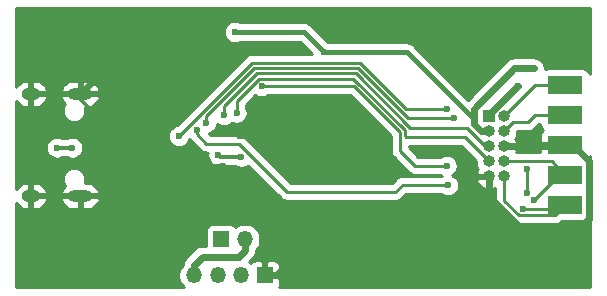
<source format=gbr>
%TF.GenerationSoftware,KiCad,Pcbnew,(5.1.9-0-10_14)*%
%TF.CreationDate,2021-03-11T22:52:10+08:00*%
%TF.ProjectId,stlinkv21,73746c69-6e6b-4763-9231-2e6b69636164,rev?*%
%TF.SameCoordinates,Original*%
%TF.FileFunction,Copper,L2,Bot*%
%TF.FilePolarity,Positive*%
%FSLAX46Y46*%
G04 Gerber Fmt 4.6, Leading zero omitted, Abs format (unit mm)*
G04 Created by KiCad (PCBNEW (5.1.9-0-10_14)) date 2021-03-11 22:52:10*
%MOMM*%
%LPD*%
G01*
G04 APERTURE LIST*
%TA.AperFunction,SMDPad,CuDef*%
%ADD10R,2.999994X1.519936*%
%TD*%
%TA.AperFunction,ComponentPad*%
%ADD11O,1.350000X1.350000*%
%TD*%
%TA.AperFunction,ComponentPad*%
%ADD12R,1.350000X1.350000*%
%TD*%
%TA.AperFunction,ComponentPad*%
%ADD13O,1.000000X1.000000*%
%TD*%
%TA.AperFunction,ComponentPad*%
%ADD14R,1.000000X1.000000*%
%TD*%
%TA.AperFunction,ComponentPad*%
%ADD15O,2.100000X1.000000*%
%TD*%
%TA.AperFunction,ComponentPad*%
%ADD16O,1.600000X1.000000*%
%TD*%
%TA.AperFunction,ViaPad*%
%ADD17C,0.600000*%
%TD*%
%TA.AperFunction,Conductor*%
%ADD18C,0.300000*%
%TD*%
%TA.AperFunction,Conductor*%
%ADD19C,0.600000*%
%TD*%
%TA.AperFunction,Conductor*%
%ADD20C,0.400000*%
%TD*%
%TA.AperFunction,Conductor*%
%ADD21C,0.250000*%
%TD*%
%TA.AperFunction,Conductor*%
%ADD22C,0.254000*%
%TD*%
%TA.AperFunction,Conductor*%
%ADD23C,0.100000*%
%TD*%
G04 APERTURE END LIST*
D10*
%TO.P,J4,10*%
%TO.N,PA3*%
X147199394Y-92329746D03*
%TO.P,J4,8*%
%TO.N,PA2*%
X147199394Y-89789746D03*
%TO.P,J4,6*%
%TO.N,GND*%
X147199394Y-87249746D03*
%TO.P,J4,4*%
%TO.N,PA10*%
X147199394Y-84709746D03*
%TO.P,J4,2*%
%TO.N,PB6*%
X147199394Y-82169746D03*
%TD*%
D11*
%TO.P,J3,4*%
%TO.N,+3V3*%
X115750000Y-98300000D03*
%TO.P,J3,3*%
%TO.N,m_DIO*%
X117750000Y-98300000D03*
%TO.P,J3,2*%
%TO.N,m_CLK*%
X119750000Y-98300000D03*
D12*
%TO.P,J3,1*%
%TO.N,GND*%
X121750000Y-98300000D03*
%TD*%
D13*
%TO.P,CON1,9*%
%TO.N,GND*%
X140735000Y-89910000D03*
%TO.P,CON1,10*%
%TO.N,PA3*%
X142005000Y-89910000D03*
%TO.P,CON1,7*%
%TO.N,PB13*%
X140735000Y-88640000D03*
%TO.P,CON1,8*%
%TO.N,PA2*%
X142005000Y-88640000D03*
%TO.P,CON1,5*%
%TO.N,PB14*%
X140735000Y-87370000D03*
%TO.P,CON1,6*%
%TO.N,GND*%
X142005000Y-87370000D03*
%TO.P,CON1,3*%
%TO.N,+3V3*%
X140735000Y-86100000D03*
%TO.P,CON1,4*%
%TO.N,PA10*%
X142005000Y-86100000D03*
%TO.P,CON1,2*%
%TO.N,PB6*%
X142005000Y-84830000D03*
D14*
%TO.P,CON1,1*%
%TO.N,VBUS*%
X140735000Y-84830000D03*
%TD*%
D11*
%TO.P,J2,2*%
%TO.N,+3V3*%
X120070000Y-95230000D03*
D12*
%TO.P,J2,1*%
%TO.N,Net-(J2-Pad1)*%
X118070000Y-95230000D03*
%TD*%
D15*
%TO.P,J1,S1*%
%TO.N,GND*%
X106130000Y-91570000D03*
X106130000Y-82930000D03*
D16*
X101950000Y-82930000D03*
X101950000Y-91570000D03*
%TD*%
D17*
%TO.N,GND*%
X145542000Y-94234000D03*
X123594669Y-86545331D03*
X119629153Y-86514331D03*
X111400000Y-88630000D03*
X118244214Y-89015181D03*
X110240000Y-98350000D03*
X128400000Y-92610000D03*
X116056415Y-78536415D03*
X112370000Y-80120000D03*
%TO.N,VBUS*%
X143160000Y-82240000D03*
%TO.N,USB_DM*%
X105460000Y-87480000D03*
X104159999Y-87480437D03*
%TO.N,+3V3*%
X139446000Y-85090000D03*
X144526000Y-80772000D03*
X126780000Y-79410000D03*
X119770000Y-88260000D03*
X117830000Y-88105000D03*
X119200000Y-77680000D03*
%TO.N,PA3*%
X143592205Y-92635011D03*
%TO.N,PA2*%
X137160000Y-89020000D03*
X144525999Y-91910011D03*
%TO.N,PB14*%
X143978297Y-91285011D03*
X143980000Y-89265000D03*
%TO.N,PB6*%
X137760001Y-85010002D03*
%TO.N,GREEN*%
X137265882Y-90679478D03*
X115990000Y-85990000D03*
%TO.N,PA2*%
X121486557Y-82276557D03*
%TO.N,PA10*%
X114470000Y-86500000D03*
X137160000Y-84210000D03*
%TO.N,PB6*%
X116790000Y-85370000D03*
%TO.N,PB13*%
X119360000Y-84530000D03*
%TO.N,PB14*%
X118290000Y-84720000D03*
%TD*%
D18*
%TO.N,GND*%
X119660153Y-86545331D02*
X119629153Y-86514331D01*
X123594669Y-86545331D02*
X119660153Y-86545331D01*
X108460000Y-91570000D02*
X106130000Y-91570000D01*
X111400000Y-88630000D02*
X108460000Y-91570000D01*
X111785181Y-89015181D02*
X111400000Y-88630000D01*
X118244214Y-89015181D02*
X111785181Y-89015181D01*
X106130000Y-83360000D02*
X106130000Y-82930000D01*
X111400000Y-88630000D02*
X106130000Y-83360000D01*
X106130000Y-94240000D02*
X106130000Y-91570000D01*
X110240000Y-98350000D02*
X106130000Y-94240000D01*
X130024000Y-94234000D02*
X128400000Y-92610000D01*
X145542000Y-94234000D02*
X130024000Y-94234000D01*
D19*
X148455107Y-94234000D02*
X145542000Y-94234000D01*
X149199392Y-93489715D02*
X148455107Y-94234000D01*
X147819361Y-87249746D02*
X149199392Y-88629777D01*
X149199392Y-88629777D02*
X149199392Y-93489715D01*
X147199394Y-87249746D02*
X147819361Y-87249746D01*
X147079140Y-87370000D02*
X147199394Y-87249746D01*
X142005000Y-87370000D02*
X147079140Y-87370000D01*
X140735000Y-91580896D02*
X140735000Y-89910000D01*
X143388104Y-94234000D02*
X140735000Y-91580896D01*
X145542000Y-94234000D02*
X143388104Y-94234000D01*
D18*
X113953585Y-78536415D02*
X112370000Y-80120000D01*
X116056415Y-78536415D02*
X113953585Y-78536415D01*
D19*
X122710000Y-98300000D02*
X128400000Y-92610000D01*
X121750000Y-98300000D02*
X122710000Y-98300000D01*
X108940000Y-80120000D02*
X106130000Y-82930000D01*
X112370000Y-80120000D02*
X108940000Y-80120000D01*
%TO.N,VBUS*%
X140735000Y-84665000D02*
X140735000Y-84830000D01*
X143160000Y-82240000D02*
X140735000Y-84665000D01*
D18*
%TO.N,USB_DM*%
X105459563Y-87480437D02*
X105460000Y-87480000D01*
X104159999Y-87480437D02*
X105459563Y-87480437D01*
D19*
%TO.N,+3V3*%
X120070000Y-96184594D02*
X119544594Y-96710000D01*
X120070000Y-95230000D02*
X120070000Y-96184594D01*
X119544594Y-96710000D02*
X116490000Y-96710000D01*
X115750000Y-97450000D02*
X115750000Y-98300000D01*
X116490000Y-96710000D02*
X115750000Y-97450000D01*
D20*
X133766000Y-79410000D02*
X126780000Y-79410000D01*
X139446000Y-85090000D02*
X133766000Y-79410000D01*
D18*
X117985000Y-88260000D02*
X117830000Y-88105000D01*
X119770000Y-88260000D02*
X117985000Y-88260000D01*
D19*
X139446000Y-84218998D02*
X139446000Y-85090000D01*
X142892998Y-80772000D02*
X139446000Y-84218998D01*
X144526000Y-80772000D02*
X142892998Y-80772000D01*
X139446000Y-85518106D02*
X139446000Y-85090000D01*
X140027894Y-86100000D02*
X139446000Y-85518106D01*
X140735000Y-86100000D02*
X140027894Y-86100000D01*
D20*
X126780000Y-79410000D02*
X125050000Y-77680000D01*
X125050000Y-77680000D02*
X119200000Y-77680000D01*
D21*
%TO.N,PA3*%
X147046648Y-92177000D02*
X147199394Y-92329746D01*
X142005000Y-89910000D02*
X142005000Y-91967000D01*
X142005000Y-91967000D02*
X143256000Y-93218000D01*
X146311140Y-93218000D02*
X147199394Y-92329746D01*
X143256000Y-93218000D02*
X146311140Y-93218000D01*
X146894129Y-92635011D02*
X147199394Y-92329746D01*
X143592205Y-92635011D02*
X146894129Y-92635011D01*
%TO.N,PA2*%
X136150000Y-89010000D02*
X136260000Y-89010000D01*
X136270000Y-89020000D02*
X137160000Y-89020000D01*
X136260000Y-89010000D02*
X136270000Y-89020000D01*
X146049648Y-88640000D02*
X147199394Y-89789746D01*
X142005000Y-88640000D02*
X146049648Y-88640000D01*
X146646264Y-89789746D02*
X147199394Y-89789746D01*
X144525999Y-91910011D02*
X146646264Y-89789746D01*
%TO.N,PB14*%
X136151217Y-85811217D02*
X136150000Y-85810000D01*
X140735000Y-87321002D02*
X140735000Y-87370000D01*
X143980000Y-91283308D02*
X143978297Y-91285011D01*
X143980000Y-89265000D02*
X143980000Y-91283308D01*
X138855214Y-85811217D02*
X140413997Y-87370000D01*
X140413997Y-87370000D02*
X140735000Y-87370000D01*
X137161623Y-85811217D02*
X138855214Y-85811217D01*
%TO.N,PA10*%
X142005000Y-86100000D02*
X142761000Y-85344000D01*
X142761000Y-85344000D02*
X144018000Y-85344000D01*
X144652254Y-84709746D02*
X147199394Y-84709746D01*
X144018000Y-85344000D02*
X144652254Y-84709746D01*
%TO.N,PB13*%
X138706707Y-86611707D02*
X140735000Y-88640000D01*
X137760973Y-86611707D02*
X138706707Y-86611707D01*
%TO.N,PB6*%
X144665254Y-82169746D02*
X147199394Y-82169746D01*
X142005000Y-84830000D02*
X144665254Y-82169746D01*
%TO.N,GREEN*%
X137196404Y-90610000D02*
X137265882Y-90679478D01*
X119569332Y-87139332D02*
X116799332Y-87139332D01*
X123665001Y-91235001D02*
X119569332Y-87139332D01*
X132800001Y-91235001D02*
X123665001Y-91235001D01*
X133425002Y-90610000D02*
X132800001Y-91235001D01*
X134450000Y-90610000D02*
X133425002Y-90610000D01*
X115990000Y-86330000D02*
X115990000Y-85990000D01*
X116799332Y-87139332D02*
X115990000Y-86330000D01*
X134450000Y-90610000D02*
X136212000Y-90610000D01*
X136212000Y-90610000D02*
X137196404Y-90610000D01*
X136150000Y-90610000D02*
X136212000Y-90610000D01*
%TO.N,PA2*%
X121486557Y-82276557D02*
X129270917Y-82276557D01*
X133169990Y-87729990D02*
X134450000Y-89010000D01*
X133169990Y-86175630D02*
X133169990Y-87729990D01*
X129270917Y-82276557D02*
X133169990Y-86175630D01*
X133169990Y-86481407D02*
X133169990Y-86175630D01*
X134450000Y-89010000D02*
X136260000Y-89010000D01*
%TO.N,PA10*%
X114580000Y-86364341D02*
X114580000Y-86500000D01*
X134450000Y-84210000D02*
X136280000Y-84210000D01*
X133750000Y-84210000D02*
X134450000Y-84210000D01*
X129820000Y-80280000D02*
X133750000Y-84210000D01*
X137160000Y-84210000D02*
X136280000Y-84210000D01*
X120664341Y-80280000D02*
X129820000Y-80280000D01*
X120664341Y-80305659D02*
X120664341Y-80280000D01*
X114470000Y-86500000D02*
X120664341Y-80305659D01*
X136280000Y-84210000D02*
X136150000Y-84210000D01*
%TO.N,PB6*%
X129633600Y-80730010D02*
X133913590Y-85010000D01*
X137759999Y-85010000D02*
X137760001Y-85010002D01*
X120876400Y-80730010D02*
X129633600Y-80730010D01*
X116790000Y-84816410D02*
X120876400Y-80730010D01*
X133913590Y-85010000D02*
X137759999Y-85010000D01*
X116790000Y-85370000D02*
X116790000Y-84816410D01*
%TO.N,PB13*%
X137759266Y-86610000D02*
X137760973Y-86611707D01*
X133750000Y-86610000D02*
X137759266Y-86610000D01*
X133620000Y-86480000D02*
X133750000Y-86610000D01*
X119360000Y-84530000D02*
X119360000Y-83519230D01*
X133620000Y-85989230D02*
X133620000Y-86480000D01*
X129260800Y-81630030D02*
X133620000Y-85989230D01*
X121249200Y-81630030D02*
X129260800Y-81630030D01*
X119360000Y-83519230D02*
X121249200Y-81630030D01*
%TO.N,PB14*%
X129447200Y-81180020D02*
X134077180Y-85810000D01*
X118290000Y-83952820D02*
X121062800Y-81180020D01*
X118290000Y-84720000D02*
X118290000Y-83952820D01*
X121062800Y-81180020D02*
X129447200Y-81180020D01*
X134077180Y-85810000D02*
X136356000Y-85810000D01*
X137161623Y-85811217D02*
X136357217Y-85811217D01*
%TD*%
D22*
%TO.N,GND*%
X149315000Y-81251662D02*
X149288893Y-81165598D01*
X149229928Y-81055284D01*
X149150576Y-80958593D01*
X149053885Y-80879241D01*
X148943571Y-80820276D01*
X148823873Y-80783966D01*
X148699391Y-80771706D01*
X145699397Y-80771706D01*
X145574915Y-80783966D01*
X145461000Y-80818522D01*
X145461000Y-80817932D01*
X145465524Y-80772000D01*
X145461000Y-80726068D01*
X145461000Y-80679911D01*
X145451995Y-80634641D01*
X145447471Y-80588708D01*
X145434072Y-80544538D01*
X145425068Y-80499271D01*
X145407406Y-80456631D01*
X145394007Y-80412460D01*
X145372248Y-80371752D01*
X145354586Y-80329111D01*
X145328945Y-80290736D01*
X145307186Y-80250028D01*
X145277903Y-80214347D01*
X145252262Y-80175972D01*
X145219625Y-80143335D01*
X145190344Y-80107656D01*
X145154665Y-80078375D01*
X145122028Y-80045738D01*
X145083653Y-80020097D01*
X145047972Y-79990814D01*
X145007264Y-79969055D01*
X144968889Y-79943414D01*
X144926248Y-79925752D01*
X144885540Y-79903993D01*
X144841369Y-79890594D01*
X144798729Y-79872932D01*
X144753462Y-79863928D01*
X144709292Y-79850529D01*
X144663359Y-79846005D01*
X144618089Y-79837000D01*
X142938929Y-79837000D01*
X142892997Y-79832476D01*
X142709705Y-79850529D01*
X142656241Y-79866747D01*
X142533458Y-79903993D01*
X142371026Y-79990814D01*
X142228654Y-80107656D01*
X142199372Y-80143336D01*
X138939788Y-83402921D01*
X134385446Y-78848579D01*
X134359291Y-78816709D01*
X134232146Y-78712364D01*
X134087087Y-78634828D01*
X133929689Y-78587082D01*
X133807019Y-78575000D01*
X133807018Y-78575000D01*
X133766000Y-78570960D01*
X133724982Y-78575000D01*
X127207404Y-78575000D01*
X127068214Y-78517346D01*
X125669446Y-77118579D01*
X125643291Y-77086709D01*
X125516146Y-76982364D01*
X125371087Y-76904828D01*
X125213689Y-76857082D01*
X125091019Y-76845000D01*
X125091018Y-76845000D01*
X125050000Y-76840960D01*
X125008982Y-76845000D01*
X119627404Y-76845000D01*
X119472729Y-76780932D01*
X119292089Y-76745000D01*
X119107911Y-76745000D01*
X118927271Y-76780932D01*
X118757111Y-76851414D01*
X118603972Y-76953738D01*
X118473738Y-77083972D01*
X118371414Y-77237111D01*
X118300932Y-77407271D01*
X118265000Y-77587911D01*
X118265000Y-77772089D01*
X118300932Y-77952729D01*
X118371414Y-78122889D01*
X118473738Y-78276028D01*
X118603972Y-78406262D01*
X118757111Y-78508586D01*
X118927271Y-78579068D01*
X119107911Y-78615000D01*
X119292089Y-78615000D01*
X119472729Y-78579068D01*
X119627404Y-78515000D01*
X124704133Y-78515000D01*
X125709132Y-79520000D01*
X120701674Y-79520000D01*
X120664341Y-79516323D01*
X120627008Y-79520000D01*
X120515355Y-79530997D01*
X120372094Y-79574454D01*
X120240065Y-79645026D01*
X120124340Y-79739999D01*
X120029367Y-79855724D01*
X120017761Y-79877437D01*
X114318352Y-85576847D01*
X114197271Y-85600932D01*
X114027111Y-85671414D01*
X113873972Y-85773738D01*
X113743738Y-85903972D01*
X113641414Y-86057111D01*
X113570932Y-86227271D01*
X113535000Y-86407911D01*
X113535000Y-86592089D01*
X113570932Y-86772729D01*
X113641414Y-86942889D01*
X113743738Y-87096028D01*
X113873972Y-87226262D01*
X114027111Y-87328586D01*
X114197271Y-87399068D01*
X114377911Y-87435000D01*
X114562089Y-87435000D01*
X114742729Y-87399068D01*
X114912889Y-87328586D01*
X115066028Y-87226262D01*
X115196262Y-87096028D01*
X115298586Y-86942889D01*
X115369068Y-86772729D01*
X115369283Y-86771648D01*
X115387318Y-86793623D01*
X115449999Y-86870001D01*
X115479002Y-86893803D01*
X116235533Y-87650334D01*
X116259331Y-87679333D01*
X116375056Y-87774306D01*
X116507085Y-87844878D01*
X116650346Y-87888335D01*
X116761999Y-87899332D01*
X116762008Y-87899332D01*
X116799331Y-87903008D01*
X116836654Y-87899332D01*
X116917593Y-87899332D01*
X116895000Y-88012911D01*
X116895000Y-88197089D01*
X116930932Y-88377729D01*
X117001414Y-88547889D01*
X117103738Y-88701028D01*
X117233972Y-88831262D01*
X117387111Y-88933586D01*
X117557271Y-89004068D01*
X117737911Y-89040000D01*
X117895675Y-89040000D01*
X117946439Y-89045000D01*
X117946446Y-89045000D01*
X117984999Y-89048797D01*
X118023552Y-89045000D01*
X119261880Y-89045000D01*
X119327111Y-89088586D01*
X119497271Y-89159068D01*
X119677911Y-89195000D01*
X119862089Y-89195000D01*
X120042729Y-89159068D01*
X120212889Y-89088586D01*
X120351301Y-88996102D01*
X123101202Y-91746004D01*
X123125000Y-91775002D01*
X123240725Y-91869975D01*
X123372754Y-91940547D01*
X123516015Y-91984004D01*
X123627668Y-91995001D01*
X123627676Y-91995001D01*
X123665001Y-91998677D01*
X123702326Y-91995001D01*
X132762679Y-91995001D01*
X132800001Y-91998677D01*
X132837323Y-91995001D01*
X132837334Y-91995001D01*
X132948987Y-91984004D01*
X133092248Y-91940547D01*
X133224277Y-91869975D01*
X133340002Y-91775002D01*
X133363804Y-91745999D01*
X133739804Y-91370000D01*
X136634114Y-91370000D01*
X136669854Y-91405740D01*
X136822993Y-91508064D01*
X136993153Y-91578546D01*
X137173793Y-91614478D01*
X137357971Y-91614478D01*
X137538611Y-91578546D01*
X137708771Y-91508064D01*
X137861910Y-91405740D01*
X137992144Y-91275506D01*
X138094468Y-91122367D01*
X138164950Y-90952207D01*
X138200882Y-90771567D01*
X138200882Y-90587389D01*
X138164950Y-90406749D01*
X138094468Y-90236589D01*
X138077954Y-90211874D01*
X139640881Y-90211874D01*
X139657554Y-90266864D01*
X139747877Y-90470206D01*
X139876135Y-90652020D01*
X140037399Y-90805318D01*
X140225471Y-90924210D01*
X140433124Y-91004126D01*
X140608000Y-90879129D01*
X140608000Y-90037000D01*
X139767046Y-90037000D01*
X139640881Y-90211874D01*
X138077954Y-90211874D01*
X137992144Y-90083450D01*
X137861910Y-89953216D01*
X137708771Y-89850892D01*
X137641278Y-89822936D01*
X137756028Y-89746262D01*
X137886262Y-89616028D01*
X137988586Y-89462889D01*
X138059068Y-89292729D01*
X138095000Y-89112089D01*
X138095000Y-88927911D01*
X138059068Y-88747271D01*
X137988586Y-88577111D01*
X137886262Y-88423972D01*
X137756028Y-88293738D01*
X137602889Y-88191414D01*
X137432729Y-88120932D01*
X137252089Y-88085000D01*
X137067911Y-88085000D01*
X136887271Y-88120932D01*
X136717111Y-88191414D01*
X136614465Y-88260000D01*
X136398863Y-88260000D01*
X136297333Y-88250000D01*
X136297322Y-88250000D01*
X136260000Y-88246324D01*
X136222678Y-88250000D01*
X134764802Y-88250000D01*
X133929990Y-87415189D01*
X133929990Y-87370000D01*
X137706309Y-87370000D01*
X137723640Y-87371707D01*
X137723650Y-87371707D01*
X137760972Y-87375383D01*
X137798295Y-87371707D01*
X138391906Y-87371707D01*
X139600000Y-88579802D01*
X139600000Y-88751788D01*
X139643617Y-88971067D01*
X139729176Y-89177624D01*
X139797353Y-89279658D01*
X139747877Y-89349794D01*
X139657554Y-89553136D01*
X139640881Y-89608126D01*
X139767046Y-89783000D01*
X140608000Y-89783000D01*
X140608000Y-89771974D01*
X140623212Y-89775000D01*
X140846788Y-89775000D01*
X140862000Y-89771974D01*
X140862000Y-89783000D01*
X140873026Y-89783000D01*
X140870000Y-89798212D01*
X140870000Y-90021788D01*
X140873026Y-90037000D01*
X140862000Y-90037000D01*
X140862000Y-90879129D01*
X141036876Y-91004126D01*
X141244529Y-90924210D01*
X141245000Y-90923912D01*
X141245001Y-91929668D01*
X141241324Y-91967000D01*
X141255998Y-92115985D01*
X141299454Y-92259246D01*
X141370026Y-92391276D01*
X141418230Y-92450012D01*
X141465000Y-92507001D01*
X141493998Y-92530799D01*
X142692201Y-93729003D01*
X142715999Y-93758001D01*
X142831724Y-93852974D01*
X142963753Y-93923546D01*
X143107014Y-93967003D01*
X143218667Y-93978000D01*
X143218676Y-93978000D01*
X143255999Y-93981676D01*
X143293322Y-93978000D01*
X146273818Y-93978000D01*
X146311140Y-93981676D01*
X146348462Y-93978000D01*
X146348473Y-93978000D01*
X146460126Y-93967003D01*
X146603387Y-93923546D01*
X146735416Y-93852974D01*
X146851141Y-93758001D01*
X146874943Y-93728998D01*
X146876155Y-93727786D01*
X148699391Y-93727786D01*
X148823873Y-93715526D01*
X148943571Y-93679216D01*
X149053885Y-93620251D01*
X149150576Y-93540899D01*
X149229928Y-93444208D01*
X149288893Y-93333894D01*
X149315001Y-93247828D01*
X149315001Y-99315000D01*
X122963284Y-99315000D01*
X123014502Y-99219180D01*
X123050812Y-99099482D01*
X123063072Y-98975000D01*
X123060000Y-98585750D01*
X122901250Y-98427000D01*
X121877000Y-98427000D01*
X121877000Y-98447000D01*
X121623000Y-98447000D01*
X121623000Y-98427000D01*
X121603000Y-98427000D01*
X121603000Y-98173000D01*
X121623000Y-98173000D01*
X121623000Y-97148750D01*
X121877000Y-97148750D01*
X121877000Y-98173000D01*
X122901250Y-98173000D01*
X123060000Y-98014250D01*
X123063072Y-97625000D01*
X123050812Y-97500518D01*
X123014502Y-97380820D01*
X122955537Y-97270506D01*
X122876185Y-97173815D01*
X122779494Y-97094463D01*
X122669180Y-97035498D01*
X122549482Y-96999188D01*
X122425000Y-96986928D01*
X122035750Y-96990000D01*
X121877000Y-97148750D01*
X121623000Y-97148750D01*
X121464250Y-96990000D01*
X121075000Y-96986928D01*
X120950518Y-96999188D01*
X120830820Y-97035498D01*
X120720506Y-97094463D01*
X120623815Y-97173815D01*
X120552513Y-97260697D01*
X120410845Y-97166038D01*
X120698659Y-96878224D01*
X120734344Y-96848938D01*
X120851186Y-96706566D01*
X120938007Y-96544134D01*
X120991471Y-96367886D01*
X121009524Y-96184595D01*
X121005803Y-96146818D01*
X121087544Y-96065077D01*
X121230907Y-95850518D01*
X121329658Y-95612113D01*
X121380000Y-95359024D01*
X121380000Y-95100976D01*
X121329658Y-94847887D01*
X121230907Y-94609482D01*
X121087544Y-94394923D01*
X120905077Y-94212456D01*
X120690518Y-94069093D01*
X120452113Y-93970342D01*
X120199024Y-93920000D01*
X119940976Y-93920000D01*
X119687887Y-93970342D01*
X119449482Y-94069093D01*
X119267487Y-94190697D01*
X119196185Y-94103815D01*
X119099494Y-94024463D01*
X118989180Y-93965498D01*
X118869482Y-93929188D01*
X118745000Y-93916928D01*
X117395000Y-93916928D01*
X117270518Y-93929188D01*
X117150820Y-93965498D01*
X117040506Y-94024463D01*
X116943815Y-94103815D01*
X116864463Y-94200506D01*
X116805498Y-94310820D01*
X116769188Y-94430518D01*
X116756928Y-94555000D01*
X116756928Y-95775000D01*
X116535931Y-95775000D01*
X116489999Y-95770476D01*
X116306707Y-95788529D01*
X116253243Y-95804747D01*
X116130460Y-95841993D01*
X115968028Y-95928814D01*
X115825656Y-96045656D01*
X115796376Y-96081334D01*
X115121341Y-96756370D01*
X115085656Y-96785656D01*
X114968814Y-96928029D01*
X114881993Y-97090461D01*
X114856708Y-97173815D01*
X114828529Y-97266709D01*
X114817370Y-97380009D01*
X114732456Y-97464923D01*
X114589093Y-97679482D01*
X114490342Y-97917887D01*
X114440000Y-98170976D01*
X114440000Y-98429024D01*
X114490342Y-98682113D01*
X114589093Y-98920518D01*
X114732456Y-99135077D01*
X114912379Y-99315000D01*
X100685000Y-99315000D01*
X100685000Y-92170882D01*
X100757631Y-92282764D01*
X100913831Y-92443161D01*
X101098322Y-92570003D01*
X101304013Y-92658415D01*
X101523000Y-92705000D01*
X101823000Y-92705000D01*
X101823000Y-91697000D01*
X102077000Y-91697000D01*
X102077000Y-92705000D01*
X102377000Y-92705000D01*
X102595987Y-92658415D01*
X102801678Y-92570003D01*
X102986169Y-92443161D01*
X103142369Y-92282764D01*
X103264276Y-92094976D01*
X103344119Y-91871874D01*
X104485881Y-91871874D01*
X104565724Y-92094976D01*
X104687631Y-92282764D01*
X104843831Y-92443161D01*
X105028322Y-92570003D01*
X105234013Y-92658415D01*
X105453000Y-92705000D01*
X106003000Y-92705000D01*
X106003000Y-91697000D01*
X106257000Y-91697000D01*
X106257000Y-92705000D01*
X106807000Y-92705000D01*
X107025987Y-92658415D01*
X107231678Y-92570003D01*
X107416169Y-92443161D01*
X107572369Y-92282764D01*
X107694276Y-92094976D01*
X107774119Y-91871874D01*
X107647954Y-91697000D01*
X106257000Y-91697000D01*
X106003000Y-91697000D01*
X104612046Y-91697000D01*
X104485881Y-91871874D01*
X103344119Y-91871874D01*
X103217954Y-91697000D01*
X102077000Y-91697000D01*
X101823000Y-91697000D01*
X101803000Y-91697000D01*
X101803000Y-91443000D01*
X101823000Y-91443000D01*
X101823000Y-90435000D01*
X102077000Y-90435000D01*
X102077000Y-91443000D01*
X103217954Y-91443000D01*
X103344119Y-91268126D01*
X104485881Y-91268126D01*
X104612046Y-91443000D01*
X106003000Y-91443000D01*
X106003000Y-91423000D01*
X106257000Y-91423000D01*
X106257000Y-91443000D01*
X107647954Y-91443000D01*
X107774119Y-91268126D01*
X107694276Y-91045024D01*
X107572369Y-90857236D01*
X107416169Y-90696839D01*
X107231678Y-90569997D01*
X107025987Y-90481585D01*
X106807000Y-90435000D01*
X106516904Y-90435000D01*
X106523108Y-90420022D01*
X106560000Y-90234552D01*
X106560000Y-90045448D01*
X106523108Y-89859978D01*
X106450741Y-89685269D01*
X106345681Y-89528036D01*
X106211964Y-89394319D01*
X106054731Y-89289259D01*
X105880022Y-89216892D01*
X105694552Y-89180000D01*
X105505448Y-89180000D01*
X105319978Y-89216892D01*
X105145269Y-89289259D01*
X104988036Y-89394319D01*
X104854319Y-89528036D01*
X104749259Y-89685269D01*
X104676892Y-89859978D01*
X104640000Y-90045448D01*
X104640000Y-90234552D01*
X104676892Y-90420022D01*
X104749259Y-90594731D01*
X104828206Y-90712884D01*
X104687631Y-90857236D01*
X104565724Y-91045024D01*
X104485881Y-91268126D01*
X103344119Y-91268126D01*
X103264276Y-91045024D01*
X103142369Y-90857236D01*
X102986169Y-90696839D01*
X102801678Y-90569997D01*
X102595987Y-90481585D01*
X102377000Y-90435000D01*
X102077000Y-90435000D01*
X101823000Y-90435000D01*
X101523000Y-90435000D01*
X101304013Y-90481585D01*
X101098322Y-90569997D01*
X100913831Y-90696839D01*
X100757631Y-90857236D01*
X100685000Y-90969118D01*
X100685000Y-87388348D01*
X103224999Y-87388348D01*
X103224999Y-87572526D01*
X103260931Y-87753166D01*
X103331413Y-87923326D01*
X103433737Y-88076465D01*
X103563971Y-88206699D01*
X103717110Y-88309023D01*
X103887270Y-88379505D01*
X104067910Y-88415437D01*
X104252088Y-88415437D01*
X104432728Y-88379505D01*
X104602888Y-88309023D01*
X104668119Y-88265437D01*
X104952534Y-88265437D01*
X105017111Y-88308586D01*
X105187271Y-88379068D01*
X105367911Y-88415000D01*
X105552089Y-88415000D01*
X105732729Y-88379068D01*
X105902889Y-88308586D01*
X106056028Y-88206262D01*
X106186262Y-88076028D01*
X106288586Y-87922889D01*
X106359068Y-87752729D01*
X106395000Y-87572089D01*
X106395000Y-87387911D01*
X106359068Y-87207271D01*
X106288586Y-87037111D01*
X106186262Y-86883972D01*
X106056028Y-86753738D01*
X105902889Y-86651414D01*
X105732729Y-86580932D01*
X105552089Y-86545000D01*
X105367911Y-86545000D01*
X105187271Y-86580932D01*
X105017111Y-86651414D01*
X104951226Y-86695437D01*
X104668119Y-86695437D01*
X104602888Y-86651851D01*
X104432728Y-86581369D01*
X104252088Y-86545437D01*
X104067910Y-86545437D01*
X103887270Y-86581369D01*
X103717110Y-86651851D01*
X103563971Y-86754175D01*
X103433737Y-86884409D01*
X103331413Y-87037548D01*
X103260931Y-87207708D01*
X103224999Y-87388348D01*
X100685000Y-87388348D01*
X100685000Y-83530882D01*
X100757631Y-83642764D01*
X100913831Y-83803161D01*
X101098322Y-83930003D01*
X101304013Y-84018415D01*
X101523000Y-84065000D01*
X101823000Y-84065000D01*
X101823000Y-83057000D01*
X102077000Y-83057000D01*
X102077000Y-84065000D01*
X102377000Y-84065000D01*
X102595987Y-84018415D01*
X102801678Y-83930003D01*
X102986169Y-83803161D01*
X103142369Y-83642764D01*
X103264276Y-83454976D01*
X103344119Y-83231874D01*
X104485881Y-83231874D01*
X104565724Y-83454976D01*
X104687631Y-83642764D01*
X104828206Y-83787116D01*
X104749259Y-83905269D01*
X104676892Y-84079978D01*
X104640000Y-84265448D01*
X104640000Y-84454552D01*
X104676892Y-84640022D01*
X104749259Y-84814731D01*
X104854319Y-84971964D01*
X104988036Y-85105681D01*
X105145269Y-85210741D01*
X105319978Y-85283108D01*
X105505448Y-85320000D01*
X105694552Y-85320000D01*
X105880022Y-85283108D01*
X106054731Y-85210741D01*
X106211964Y-85105681D01*
X106345681Y-84971964D01*
X106450741Y-84814731D01*
X106523108Y-84640022D01*
X106560000Y-84454552D01*
X106560000Y-84265448D01*
X106523108Y-84079978D01*
X106516904Y-84065000D01*
X106807000Y-84065000D01*
X107025987Y-84018415D01*
X107231678Y-83930003D01*
X107416169Y-83803161D01*
X107572369Y-83642764D01*
X107694276Y-83454976D01*
X107774119Y-83231874D01*
X107647954Y-83057000D01*
X106257000Y-83057000D01*
X106257000Y-83077000D01*
X106003000Y-83077000D01*
X106003000Y-83057000D01*
X104612046Y-83057000D01*
X104485881Y-83231874D01*
X103344119Y-83231874D01*
X103217954Y-83057000D01*
X102077000Y-83057000D01*
X101823000Y-83057000D01*
X101803000Y-83057000D01*
X101803000Y-82803000D01*
X101823000Y-82803000D01*
X101823000Y-81795000D01*
X102077000Y-81795000D01*
X102077000Y-82803000D01*
X103217954Y-82803000D01*
X103344119Y-82628126D01*
X104485881Y-82628126D01*
X104612046Y-82803000D01*
X106003000Y-82803000D01*
X106003000Y-81795000D01*
X106257000Y-81795000D01*
X106257000Y-82803000D01*
X107647954Y-82803000D01*
X107774119Y-82628126D01*
X107694276Y-82405024D01*
X107572369Y-82217236D01*
X107416169Y-82056839D01*
X107231678Y-81929997D01*
X107025987Y-81841585D01*
X106807000Y-81795000D01*
X106257000Y-81795000D01*
X106003000Y-81795000D01*
X105453000Y-81795000D01*
X105234013Y-81841585D01*
X105028322Y-81929997D01*
X104843831Y-82056839D01*
X104687631Y-82217236D01*
X104565724Y-82405024D01*
X104485881Y-82628126D01*
X103344119Y-82628126D01*
X103264276Y-82405024D01*
X103142369Y-82217236D01*
X102986169Y-82056839D01*
X102801678Y-81929997D01*
X102595987Y-81841585D01*
X102377000Y-81795000D01*
X102077000Y-81795000D01*
X101823000Y-81795000D01*
X101523000Y-81795000D01*
X101304013Y-81841585D01*
X101098322Y-81929997D01*
X100913831Y-82056839D01*
X100757631Y-82217236D01*
X100685000Y-82329118D01*
X100685000Y-75685000D01*
X149315000Y-75685000D01*
X149315000Y-81251662D01*
%TA.AperFunction,Conductor*%
D23*
G36*
X149315000Y-81251662D02*
G01*
X149288893Y-81165598D01*
X149229928Y-81055284D01*
X149150576Y-80958593D01*
X149053885Y-80879241D01*
X148943571Y-80820276D01*
X148823873Y-80783966D01*
X148699391Y-80771706D01*
X145699397Y-80771706D01*
X145574915Y-80783966D01*
X145461000Y-80818522D01*
X145461000Y-80817932D01*
X145465524Y-80772000D01*
X145461000Y-80726068D01*
X145461000Y-80679911D01*
X145451995Y-80634641D01*
X145447471Y-80588708D01*
X145434072Y-80544538D01*
X145425068Y-80499271D01*
X145407406Y-80456631D01*
X145394007Y-80412460D01*
X145372248Y-80371752D01*
X145354586Y-80329111D01*
X145328945Y-80290736D01*
X145307186Y-80250028D01*
X145277903Y-80214347D01*
X145252262Y-80175972D01*
X145219625Y-80143335D01*
X145190344Y-80107656D01*
X145154665Y-80078375D01*
X145122028Y-80045738D01*
X145083653Y-80020097D01*
X145047972Y-79990814D01*
X145007264Y-79969055D01*
X144968889Y-79943414D01*
X144926248Y-79925752D01*
X144885540Y-79903993D01*
X144841369Y-79890594D01*
X144798729Y-79872932D01*
X144753462Y-79863928D01*
X144709292Y-79850529D01*
X144663359Y-79846005D01*
X144618089Y-79837000D01*
X142938929Y-79837000D01*
X142892997Y-79832476D01*
X142709705Y-79850529D01*
X142656241Y-79866747D01*
X142533458Y-79903993D01*
X142371026Y-79990814D01*
X142228654Y-80107656D01*
X142199372Y-80143336D01*
X138939788Y-83402921D01*
X134385446Y-78848579D01*
X134359291Y-78816709D01*
X134232146Y-78712364D01*
X134087087Y-78634828D01*
X133929689Y-78587082D01*
X133807019Y-78575000D01*
X133807018Y-78575000D01*
X133766000Y-78570960D01*
X133724982Y-78575000D01*
X127207404Y-78575000D01*
X127068214Y-78517346D01*
X125669446Y-77118579D01*
X125643291Y-77086709D01*
X125516146Y-76982364D01*
X125371087Y-76904828D01*
X125213689Y-76857082D01*
X125091019Y-76845000D01*
X125091018Y-76845000D01*
X125050000Y-76840960D01*
X125008982Y-76845000D01*
X119627404Y-76845000D01*
X119472729Y-76780932D01*
X119292089Y-76745000D01*
X119107911Y-76745000D01*
X118927271Y-76780932D01*
X118757111Y-76851414D01*
X118603972Y-76953738D01*
X118473738Y-77083972D01*
X118371414Y-77237111D01*
X118300932Y-77407271D01*
X118265000Y-77587911D01*
X118265000Y-77772089D01*
X118300932Y-77952729D01*
X118371414Y-78122889D01*
X118473738Y-78276028D01*
X118603972Y-78406262D01*
X118757111Y-78508586D01*
X118927271Y-78579068D01*
X119107911Y-78615000D01*
X119292089Y-78615000D01*
X119472729Y-78579068D01*
X119627404Y-78515000D01*
X124704133Y-78515000D01*
X125709132Y-79520000D01*
X120701674Y-79520000D01*
X120664341Y-79516323D01*
X120627008Y-79520000D01*
X120515355Y-79530997D01*
X120372094Y-79574454D01*
X120240065Y-79645026D01*
X120124340Y-79739999D01*
X120029367Y-79855724D01*
X120017761Y-79877437D01*
X114318352Y-85576847D01*
X114197271Y-85600932D01*
X114027111Y-85671414D01*
X113873972Y-85773738D01*
X113743738Y-85903972D01*
X113641414Y-86057111D01*
X113570932Y-86227271D01*
X113535000Y-86407911D01*
X113535000Y-86592089D01*
X113570932Y-86772729D01*
X113641414Y-86942889D01*
X113743738Y-87096028D01*
X113873972Y-87226262D01*
X114027111Y-87328586D01*
X114197271Y-87399068D01*
X114377911Y-87435000D01*
X114562089Y-87435000D01*
X114742729Y-87399068D01*
X114912889Y-87328586D01*
X115066028Y-87226262D01*
X115196262Y-87096028D01*
X115298586Y-86942889D01*
X115369068Y-86772729D01*
X115369283Y-86771648D01*
X115387318Y-86793623D01*
X115449999Y-86870001D01*
X115479002Y-86893803D01*
X116235533Y-87650334D01*
X116259331Y-87679333D01*
X116375056Y-87774306D01*
X116507085Y-87844878D01*
X116650346Y-87888335D01*
X116761999Y-87899332D01*
X116762008Y-87899332D01*
X116799331Y-87903008D01*
X116836654Y-87899332D01*
X116917593Y-87899332D01*
X116895000Y-88012911D01*
X116895000Y-88197089D01*
X116930932Y-88377729D01*
X117001414Y-88547889D01*
X117103738Y-88701028D01*
X117233972Y-88831262D01*
X117387111Y-88933586D01*
X117557271Y-89004068D01*
X117737911Y-89040000D01*
X117895675Y-89040000D01*
X117946439Y-89045000D01*
X117946446Y-89045000D01*
X117984999Y-89048797D01*
X118023552Y-89045000D01*
X119261880Y-89045000D01*
X119327111Y-89088586D01*
X119497271Y-89159068D01*
X119677911Y-89195000D01*
X119862089Y-89195000D01*
X120042729Y-89159068D01*
X120212889Y-89088586D01*
X120351301Y-88996102D01*
X123101202Y-91746004D01*
X123125000Y-91775002D01*
X123240725Y-91869975D01*
X123372754Y-91940547D01*
X123516015Y-91984004D01*
X123627668Y-91995001D01*
X123627676Y-91995001D01*
X123665001Y-91998677D01*
X123702326Y-91995001D01*
X132762679Y-91995001D01*
X132800001Y-91998677D01*
X132837323Y-91995001D01*
X132837334Y-91995001D01*
X132948987Y-91984004D01*
X133092248Y-91940547D01*
X133224277Y-91869975D01*
X133340002Y-91775002D01*
X133363804Y-91745999D01*
X133739804Y-91370000D01*
X136634114Y-91370000D01*
X136669854Y-91405740D01*
X136822993Y-91508064D01*
X136993153Y-91578546D01*
X137173793Y-91614478D01*
X137357971Y-91614478D01*
X137538611Y-91578546D01*
X137708771Y-91508064D01*
X137861910Y-91405740D01*
X137992144Y-91275506D01*
X138094468Y-91122367D01*
X138164950Y-90952207D01*
X138200882Y-90771567D01*
X138200882Y-90587389D01*
X138164950Y-90406749D01*
X138094468Y-90236589D01*
X138077954Y-90211874D01*
X139640881Y-90211874D01*
X139657554Y-90266864D01*
X139747877Y-90470206D01*
X139876135Y-90652020D01*
X140037399Y-90805318D01*
X140225471Y-90924210D01*
X140433124Y-91004126D01*
X140608000Y-90879129D01*
X140608000Y-90037000D01*
X139767046Y-90037000D01*
X139640881Y-90211874D01*
X138077954Y-90211874D01*
X137992144Y-90083450D01*
X137861910Y-89953216D01*
X137708771Y-89850892D01*
X137641278Y-89822936D01*
X137756028Y-89746262D01*
X137886262Y-89616028D01*
X137988586Y-89462889D01*
X138059068Y-89292729D01*
X138095000Y-89112089D01*
X138095000Y-88927911D01*
X138059068Y-88747271D01*
X137988586Y-88577111D01*
X137886262Y-88423972D01*
X137756028Y-88293738D01*
X137602889Y-88191414D01*
X137432729Y-88120932D01*
X137252089Y-88085000D01*
X137067911Y-88085000D01*
X136887271Y-88120932D01*
X136717111Y-88191414D01*
X136614465Y-88260000D01*
X136398863Y-88260000D01*
X136297333Y-88250000D01*
X136297322Y-88250000D01*
X136260000Y-88246324D01*
X136222678Y-88250000D01*
X134764802Y-88250000D01*
X133929990Y-87415189D01*
X133929990Y-87370000D01*
X137706309Y-87370000D01*
X137723640Y-87371707D01*
X137723650Y-87371707D01*
X137760972Y-87375383D01*
X137798295Y-87371707D01*
X138391906Y-87371707D01*
X139600000Y-88579802D01*
X139600000Y-88751788D01*
X139643617Y-88971067D01*
X139729176Y-89177624D01*
X139797353Y-89279658D01*
X139747877Y-89349794D01*
X139657554Y-89553136D01*
X139640881Y-89608126D01*
X139767046Y-89783000D01*
X140608000Y-89783000D01*
X140608000Y-89771974D01*
X140623212Y-89775000D01*
X140846788Y-89775000D01*
X140862000Y-89771974D01*
X140862000Y-89783000D01*
X140873026Y-89783000D01*
X140870000Y-89798212D01*
X140870000Y-90021788D01*
X140873026Y-90037000D01*
X140862000Y-90037000D01*
X140862000Y-90879129D01*
X141036876Y-91004126D01*
X141244529Y-90924210D01*
X141245000Y-90923912D01*
X141245001Y-91929668D01*
X141241324Y-91967000D01*
X141255998Y-92115985D01*
X141299454Y-92259246D01*
X141370026Y-92391276D01*
X141418230Y-92450012D01*
X141465000Y-92507001D01*
X141493998Y-92530799D01*
X142692201Y-93729003D01*
X142715999Y-93758001D01*
X142831724Y-93852974D01*
X142963753Y-93923546D01*
X143107014Y-93967003D01*
X143218667Y-93978000D01*
X143218676Y-93978000D01*
X143255999Y-93981676D01*
X143293322Y-93978000D01*
X146273818Y-93978000D01*
X146311140Y-93981676D01*
X146348462Y-93978000D01*
X146348473Y-93978000D01*
X146460126Y-93967003D01*
X146603387Y-93923546D01*
X146735416Y-93852974D01*
X146851141Y-93758001D01*
X146874943Y-93728998D01*
X146876155Y-93727786D01*
X148699391Y-93727786D01*
X148823873Y-93715526D01*
X148943571Y-93679216D01*
X149053885Y-93620251D01*
X149150576Y-93540899D01*
X149229928Y-93444208D01*
X149288893Y-93333894D01*
X149315001Y-93247828D01*
X149315001Y-99315000D01*
X122963284Y-99315000D01*
X123014502Y-99219180D01*
X123050812Y-99099482D01*
X123063072Y-98975000D01*
X123060000Y-98585750D01*
X122901250Y-98427000D01*
X121877000Y-98427000D01*
X121877000Y-98447000D01*
X121623000Y-98447000D01*
X121623000Y-98427000D01*
X121603000Y-98427000D01*
X121603000Y-98173000D01*
X121623000Y-98173000D01*
X121623000Y-97148750D01*
X121877000Y-97148750D01*
X121877000Y-98173000D01*
X122901250Y-98173000D01*
X123060000Y-98014250D01*
X123063072Y-97625000D01*
X123050812Y-97500518D01*
X123014502Y-97380820D01*
X122955537Y-97270506D01*
X122876185Y-97173815D01*
X122779494Y-97094463D01*
X122669180Y-97035498D01*
X122549482Y-96999188D01*
X122425000Y-96986928D01*
X122035750Y-96990000D01*
X121877000Y-97148750D01*
X121623000Y-97148750D01*
X121464250Y-96990000D01*
X121075000Y-96986928D01*
X120950518Y-96999188D01*
X120830820Y-97035498D01*
X120720506Y-97094463D01*
X120623815Y-97173815D01*
X120552513Y-97260697D01*
X120410845Y-97166038D01*
X120698659Y-96878224D01*
X120734344Y-96848938D01*
X120851186Y-96706566D01*
X120938007Y-96544134D01*
X120991471Y-96367886D01*
X121009524Y-96184595D01*
X121005803Y-96146818D01*
X121087544Y-96065077D01*
X121230907Y-95850518D01*
X121329658Y-95612113D01*
X121380000Y-95359024D01*
X121380000Y-95100976D01*
X121329658Y-94847887D01*
X121230907Y-94609482D01*
X121087544Y-94394923D01*
X120905077Y-94212456D01*
X120690518Y-94069093D01*
X120452113Y-93970342D01*
X120199024Y-93920000D01*
X119940976Y-93920000D01*
X119687887Y-93970342D01*
X119449482Y-94069093D01*
X119267487Y-94190697D01*
X119196185Y-94103815D01*
X119099494Y-94024463D01*
X118989180Y-93965498D01*
X118869482Y-93929188D01*
X118745000Y-93916928D01*
X117395000Y-93916928D01*
X117270518Y-93929188D01*
X117150820Y-93965498D01*
X117040506Y-94024463D01*
X116943815Y-94103815D01*
X116864463Y-94200506D01*
X116805498Y-94310820D01*
X116769188Y-94430518D01*
X116756928Y-94555000D01*
X116756928Y-95775000D01*
X116535931Y-95775000D01*
X116489999Y-95770476D01*
X116306707Y-95788529D01*
X116253243Y-95804747D01*
X116130460Y-95841993D01*
X115968028Y-95928814D01*
X115825656Y-96045656D01*
X115796376Y-96081334D01*
X115121341Y-96756370D01*
X115085656Y-96785656D01*
X114968814Y-96928029D01*
X114881993Y-97090461D01*
X114856708Y-97173815D01*
X114828529Y-97266709D01*
X114817370Y-97380009D01*
X114732456Y-97464923D01*
X114589093Y-97679482D01*
X114490342Y-97917887D01*
X114440000Y-98170976D01*
X114440000Y-98429024D01*
X114490342Y-98682113D01*
X114589093Y-98920518D01*
X114732456Y-99135077D01*
X114912379Y-99315000D01*
X100685000Y-99315000D01*
X100685000Y-92170882D01*
X100757631Y-92282764D01*
X100913831Y-92443161D01*
X101098322Y-92570003D01*
X101304013Y-92658415D01*
X101523000Y-92705000D01*
X101823000Y-92705000D01*
X101823000Y-91697000D01*
X102077000Y-91697000D01*
X102077000Y-92705000D01*
X102377000Y-92705000D01*
X102595987Y-92658415D01*
X102801678Y-92570003D01*
X102986169Y-92443161D01*
X103142369Y-92282764D01*
X103264276Y-92094976D01*
X103344119Y-91871874D01*
X104485881Y-91871874D01*
X104565724Y-92094976D01*
X104687631Y-92282764D01*
X104843831Y-92443161D01*
X105028322Y-92570003D01*
X105234013Y-92658415D01*
X105453000Y-92705000D01*
X106003000Y-92705000D01*
X106003000Y-91697000D01*
X106257000Y-91697000D01*
X106257000Y-92705000D01*
X106807000Y-92705000D01*
X107025987Y-92658415D01*
X107231678Y-92570003D01*
X107416169Y-92443161D01*
X107572369Y-92282764D01*
X107694276Y-92094976D01*
X107774119Y-91871874D01*
X107647954Y-91697000D01*
X106257000Y-91697000D01*
X106003000Y-91697000D01*
X104612046Y-91697000D01*
X104485881Y-91871874D01*
X103344119Y-91871874D01*
X103217954Y-91697000D01*
X102077000Y-91697000D01*
X101823000Y-91697000D01*
X101803000Y-91697000D01*
X101803000Y-91443000D01*
X101823000Y-91443000D01*
X101823000Y-90435000D01*
X102077000Y-90435000D01*
X102077000Y-91443000D01*
X103217954Y-91443000D01*
X103344119Y-91268126D01*
X104485881Y-91268126D01*
X104612046Y-91443000D01*
X106003000Y-91443000D01*
X106003000Y-91423000D01*
X106257000Y-91423000D01*
X106257000Y-91443000D01*
X107647954Y-91443000D01*
X107774119Y-91268126D01*
X107694276Y-91045024D01*
X107572369Y-90857236D01*
X107416169Y-90696839D01*
X107231678Y-90569997D01*
X107025987Y-90481585D01*
X106807000Y-90435000D01*
X106516904Y-90435000D01*
X106523108Y-90420022D01*
X106560000Y-90234552D01*
X106560000Y-90045448D01*
X106523108Y-89859978D01*
X106450741Y-89685269D01*
X106345681Y-89528036D01*
X106211964Y-89394319D01*
X106054731Y-89289259D01*
X105880022Y-89216892D01*
X105694552Y-89180000D01*
X105505448Y-89180000D01*
X105319978Y-89216892D01*
X105145269Y-89289259D01*
X104988036Y-89394319D01*
X104854319Y-89528036D01*
X104749259Y-89685269D01*
X104676892Y-89859978D01*
X104640000Y-90045448D01*
X104640000Y-90234552D01*
X104676892Y-90420022D01*
X104749259Y-90594731D01*
X104828206Y-90712884D01*
X104687631Y-90857236D01*
X104565724Y-91045024D01*
X104485881Y-91268126D01*
X103344119Y-91268126D01*
X103264276Y-91045024D01*
X103142369Y-90857236D01*
X102986169Y-90696839D01*
X102801678Y-90569997D01*
X102595987Y-90481585D01*
X102377000Y-90435000D01*
X102077000Y-90435000D01*
X101823000Y-90435000D01*
X101523000Y-90435000D01*
X101304013Y-90481585D01*
X101098322Y-90569997D01*
X100913831Y-90696839D01*
X100757631Y-90857236D01*
X100685000Y-90969118D01*
X100685000Y-87388348D01*
X103224999Y-87388348D01*
X103224999Y-87572526D01*
X103260931Y-87753166D01*
X103331413Y-87923326D01*
X103433737Y-88076465D01*
X103563971Y-88206699D01*
X103717110Y-88309023D01*
X103887270Y-88379505D01*
X104067910Y-88415437D01*
X104252088Y-88415437D01*
X104432728Y-88379505D01*
X104602888Y-88309023D01*
X104668119Y-88265437D01*
X104952534Y-88265437D01*
X105017111Y-88308586D01*
X105187271Y-88379068D01*
X105367911Y-88415000D01*
X105552089Y-88415000D01*
X105732729Y-88379068D01*
X105902889Y-88308586D01*
X106056028Y-88206262D01*
X106186262Y-88076028D01*
X106288586Y-87922889D01*
X106359068Y-87752729D01*
X106395000Y-87572089D01*
X106395000Y-87387911D01*
X106359068Y-87207271D01*
X106288586Y-87037111D01*
X106186262Y-86883972D01*
X106056028Y-86753738D01*
X105902889Y-86651414D01*
X105732729Y-86580932D01*
X105552089Y-86545000D01*
X105367911Y-86545000D01*
X105187271Y-86580932D01*
X105017111Y-86651414D01*
X104951226Y-86695437D01*
X104668119Y-86695437D01*
X104602888Y-86651851D01*
X104432728Y-86581369D01*
X104252088Y-86545437D01*
X104067910Y-86545437D01*
X103887270Y-86581369D01*
X103717110Y-86651851D01*
X103563971Y-86754175D01*
X103433737Y-86884409D01*
X103331413Y-87037548D01*
X103260931Y-87207708D01*
X103224999Y-87388348D01*
X100685000Y-87388348D01*
X100685000Y-83530882D01*
X100757631Y-83642764D01*
X100913831Y-83803161D01*
X101098322Y-83930003D01*
X101304013Y-84018415D01*
X101523000Y-84065000D01*
X101823000Y-84065000D01*
X101823000Y-83057000D01*
X102077000Y-83057000D01*
X102077000Y-84065000D01*
X102377000Y-84065000D01*
X102595987Y-84018415D01*
X102801678Y-83930003D01*
X102986169Y-83803161D01*
X103142369Y-83642764D01*
X103264276Y-83454976D01*
X103344119Y-83231874D01*
X104485881Y-83231874D01*
X104565724Y-83454976D01*
X104687631Y-83642764D01*
X104828206Y-83787116D01*
X104749259Y-83905269D01*
X104676892Y-84079978D01*
X104640000Y-84265448D01*
X104640000Y-84454552D01*
X104676892Y-84640022D01*
X104749259Y-84814731D01*
X104854319Y-84971964D01*
X104988036Y-85105681D01*
X105145269Y-85210741D01*
X105319978Y-85283108D01*
X105505448Y-85320000D01*
X105694552Y-85320000D01*
X105880022Y-85283108D01*
X106054731Y-85210741D01*
X106211964Y-85105681D01*
X106345681Y-84971964D01*
X106450741Y-84814731D01*
X106523108Y-84640022D01*
X106560000Y-84454552D01*
X106560000Y-84265448D01*
X106523108Y-84079978D01*
X106516904Y-84065000D01*
X106807000Y-84065000D01*
X107025987Y-84018415D01*
X107231678Y-83930003D01*
X107416169Y-83803161D01*
X107572369Y-83642764D01*
X107694276Y-83454976D01*
X107774119Y-83231874D01*
X107647954Y-83057000D01*
X106257000Y-83057000D01*
X106257000Y-83077000D01*
X106003000Y-83077000D01*
X106003000Y-83057000D01*
X104612046Y-83057000D01*
X104485881Y-83231874D01*
X103344119Y-83231874D01*
X103217954Y-83057000D01*
X102077000Y-83057000D01*
X101823000Y-83057000D01*
X101803000Y-83057000D01*
X101803000Y-82803000D01*
X101823000Y-82803000D01*
X101823000Y-81795000D01*
X102077000Y-81795000D01*
X102077000Y-82803000D01*
X103217954Y-82803000D01*
X103344119Y-82628126D01*
X104485881Y-82628126D01*
X104612046Y-82803000D01*
X106003000Y-82803000D01*
X106003000Y-81795000D01*
X106257000Y-81795000D01*
X106257000Y-82803000D01*
X107647954Y-82803000D01*
X107774119Y-82628126D01*
X107694276Y-82405024D01*
X107572369Y-82217236D01*
X107416169Y-82056839D01*
X107231678Y-81929997D01*
X107025987Y-81841585D01*
X106807000Y-81795000D01*
X106257000Y-81795000D01*
X106003000Y-81795000D01*
X105453000Y-81795000D01*
X105234013Y-81841585D01*
X105028322Y-81929997D01*
X104843831Y-82056839D01*
X104687631Y-82217236D01*
X104565724Y-82405024D01*
X104485881Y-82628126D01*
X103344119Y-82628126D01*
X103264276Y-82405024D01*
X103142369Y-82217236D01*
X102986169Y-82056839D01*
X102801678Y-81929997D01*
X102595987Y-81841585D01*
X102377000Y-81795000D01*
X102077000Y-81795000D01*
X101823000Y-81795000D01*
X101523000Y-81795000D01*
X101304013Y-81841585D01*
X101098322Y-81929997D01*
X100913831Y-82056839D01*
X100757631Y-82217236D01*
X100685000Y-82329118D01*
X100685000Y-75685000D01*
X149315000Y-75685000D01*
X149315000Y-81251662D01*
G37*
%TD.AperFunction*%
D22*
X121043668Y-83105143D02*
X121213828Y-83175625D01*
X121394468Y-83211557D01*
X121578646Y-83211557D01*
X121759286Y-83175625D01*
X121929446Y-83105143D01*
X122032092Y-83036557D01*
X128956116Y-83036557D01*
X132409990Y-86490432D01*
X132409991Y-87692658D01*
X132406314Y-87729990D01*
X132409991Y-87767323D01*
X132420988Y-87878976D01*
X132424635Y-87890998D01*
X132464444Y-88022236D01*
X132535016Y-88154266D01*
X132585453Y-88215723D01*
X132629990Y-88269991D01*
X132658988Y-88293789D01*
X133886200Y-89521002D01*
X133909999Y-89550001D01*
X134025724Y-89644974D01*
X134157753Y-89715546D01*
X134301014Y-89759003D01*
X134402545Y-89769003D01*
X134450000Y-89773677D01*
X134487333Y-89770000D01*
X136131137Y-89770000D01*
X136232667Y-89780000D01*
X136232677Y-89780000D01*
X136269999Y-89783676D01*
X136307322Y-89780000D01*
X136614465Y-89780000D01*
X136717111Y-89848586D01*
X136720525Y-89850000D01*
X133462325Y-89850000D01*
X133425002Y-89846324D01*
X133387679Y-89850000D01*
X133387669Y-89850000D01*
X133276016Y-89860997D01*
X133132755Y-89904454D01*
X133000725Y-89975026D01*
X132980942Y-89991262D01*
X132885001Y-90069999D01*
X132861202Y-90098998D01*
X132485200Y-90475001D01*
X123979803Y-90475001D01*
X120133136Y-86628335D01*
X120109333Y-86599331D01*
X119993608Y-86504358D01*
X119861579Y-86433786D01*
X119718318Y-86390329D01*
X119606665Y-86379332D01*
X119606654Y-86379332D01*
X119569332Y-86375656D01*
X119532010Y-86379332D01*
X117114134Y-86379332D01*
X117013635Y-86278834D01*
X117062729Y-86269068D01*
X117232889Y-86198586D01*
X117386028Y-86096262D01*
X117516262Y-85966028D01*
X117618586Y-85812889D01*
X117689068Y-85642729D01*
X117724139Y-85466419D01*
X117847111Y-85548586D01*
X118017271Y-85619068D01*
X118197911Y-85655000D01*
X118382089Y-85655000D01*
X118562729Y-85619068D01*
X118732889Y-85548586D01*
X118886028Y-85446262D01*
X118957128Y-85375162D01*
X119087271Y-85429068D01*
X119267911Y-85465000D01*
X119452089Y-85465000D01*
X119632729Y-85429068D01*
X119802889Y-85358586D01*
X119956028Y-85256262D01*
X120086262Y-85126028D01*
X120188586Y-84972889D01*
X120259068Y-84802729D01*
X120295000Y-84622089D01*
X120295000Y-84437911D01*
X120259068Y-84257271D01*
X120188586Y-84087111D01*
X120120000Y-83984465D01*
X120120000Y-83834031D01*
X120926906Y-83027125D01*
X121043668Y-83105143D01*
%TA.AperFunction,Conductor*%
D23*
G36*
X121043668Y-83105143D02*
G01*
X121213828Y-83175625D01*
X121394468Y-83211557D01*
X121578646Y-83211557D01*
X121759286Y-83175625D01*
X121929446Y-83105143D01*
X122032092Y-83036557D01*
X128956116Y-83036557D01*
X132409990Y-86490432D01*
X132409991Y-87692658D01*
X132406314Y-87729990D01*
X132409991Y-87767323D01*
X132420988Y-87878976D01*
X132424635Y-87890998D01*
X132464444Y-88022236D01*
X132535016Y-88154266D01*
X132585453Y-88215723D01*
X132629990Y-88269991D01*
X132658988Y-88293789D01*
X133886200Y-89521002D01*
X133909999Y-89550001D01*
X134025724Y-89644974D01*
X134157753Y-89715546D01*
X134301014Y-89759003D01*
X134402545Y-89769003D01*
X134450000Y-89773677D01*
X134487333Y-89770000D01*
X136131137Y-89770000D01*
X136232667Y-89780000D01*
X136232677Y-89780000D01*
X136269999Y-89783676D01*
X136307322Y-89780000D01*
X136614465Y-89780000D01*
X136717111Y-89848586D01*
X136720525Y-89850000D01*
X133462325Y-89850000D01*
X133425002Y-89846324D01*
X133387679Y-89850000D01*
X133387669Y-89850000D01*
X133276016Y-89860997D01*
X133132755Y-89904454D01*
X133000725Y-89975026D01*
X132980942Y-89991262D01*
X132885001Y-90069999D01*
X132861202Y-90098998D01*
X132485200Y-90475001D01*
X123979803Y-90475001D01*
X120133136Y-86628335D01*
X120109333Y-86599331D01*
X119993608Y-86504358D01*
X119861579Y-86433786D01*
X119718318Y-86390329D01*
X119606665Y-86379332D01*
X119606654Y-86379332D01*
X119569332Y-86375656D01*
X119532010Y-86379332D01*
X117114134Y-86379332D01*
X117013635Y-86278834D01*
X117062729Y-86269068D01*
X117232889Y-86198586D01*
X117386028Y-86096262D01*
X117516262Y-85966028D01*
X117618586Y-85812889D01*
X117689068Y-85642729D01*
X117724139Y-85466419D01*
X117847111Y-85548586D01*
X118017271Y-85619068D01*
X118197911Y-85655000D01*
X118382089Y-85655000D01*
X118562729Y-85619068D01*
X118732889Y-85548586D01*
X118886028Y-85446262D01*
X118957128Y-85375162D01*
X119087271Y-85429068D01*
X119267911Y-85465000D01*
X119452089Y-85465000D01*
X119632729Y-85429068D01*
X119802889Y-85358586D01*
X119956028Y-85256262D01*
X120086262Y-85126028D01*
X120188586Y-84972889D01*
X120259068Y-84802729D01*
X120295000Y-84622089D01*
X120295000Y-84437911D01*
X120259068Y-84257271D01*
X120188586Y-84087111D01*
X120120000Y-83984465D01*
X120120000Y-83834031D01*
X120926906Y-83027125D01*
X121043668Y-83105143D01*
G37*
%TD.AperFunction*%
D22*
X149315001Y-88871663D02*
X149288893Y-88785598D01*
X149229928Y-88675284D01*
X149150576Y-88578593D01*
X149078870Y-88519746D01*
X149150576Y-88460899D01*
X149229928Y-88364208D01*
X149288893Y-88253894D01*
X149315001Y-88167829D01*
X149315001Y-88871663D01*
%TA.AperFunction,Conductor*%
D23*
G36*
X149315001Y-88871663D02*
G01*
X149288893Y-88785598D01*
X149229928Y-88675284D01*
X149150576Y-88578593D01*
X149078870Y-88519746D01*
X149150576Y-88460899D01*
X149229928Y-88364208D01*
X149288893Y-88253894D01*
X149315001Y-88167829D01*
X149315001Y-88871663D01*
G37*
%TD.AperFunction*%
D22*
X145073585Y-85594196D02*
X145109895Y-85713894D01*
X145168860Y-85824208D01*
X145248212Y-85920899D01*
X145319918Y-85979746D01*
X145248212Y-86038593D01*
X145168860Y-86135284D01*
X145109895Y-86245598D01*
X145073585Y-86365296D01*
X145061325Y-86489778D01*
X145064397Y-86963996D01*
X145223147Y-87122746D01*
X147072394Y-87122746D01*
X147072394Y-87102746D01*
X147326394Y-87102746D01*
X147326394Y-87122746D01*
X147346394Y-87122746D01*
X147346394Y-87376746D01*
X147326394Y-87376746D01*
X147326394Y-87396746D01*
X147072394Y-87396746D01*
X147072394Y-87376746D01*
X145223147Y-87376746D01*
X145064397Y-87535496D01*
X145062165Y-87880000D01*
X143014424Y-87880000D01*
X143082446Y-87726864D01*
X143099119Y-87671874D01*
X142972954Y-87497000D01*
X142132000Y-87497000D01*
X142132000Y-87508026D01*
X142116788Y-87505000D01*
X141893212Y-87505000D01*
X141878000Y-87508026D01*
X141878000Y-87497000D01*
X141866974Y-87497000D01*
X141870000Y-87481788D01*
X141870000Y-87258212D01*
X141866974Y-87243000D01*
X141878000Y-87243000D01*
X141878000Y-87231974D01*
X141893212Y-87235000D01*
X142116788Y-87235000D01*
X142132000Y-87231974D01*
X142132000Y-87243000D01*
X142972954Y-87243000D01*
X143099119Y-87068126D01*
X143082446Y-87013136D01*
X142992123Y-86809794D01*
X142942647Y-86739658D01*
X143010824Y-86637624D01*
X143096383Y-86431067D01*
X143140000Y-86211788D01*
X143140000Y-86104000D01*
X143980678Y-86104000D01*
X144018000Y-86107676D01*
X144055322Y-86104000D01*
X144055333Y-86104000D01*
X144166986Y-86093003D01*
X144310247Y-86049546D01*
X144442276Y-85978974D01*
X144558001Y-85884001D01*
X144581803Y-85854998D01*
X144967056Y-85469746D01*
X145061328Y-85469746D01*
X145073585Y-85594196D01*
%TA.AperFunction,Conductor*%
D23*
G36*
X145073585Y-85594196D02*
G01*
X145109895Y-85713894D01*
X145168860Y-85824208D01*
X145248212Y-85920899D01*
X145319918Y-85979746D01*
X145248212Y-86038593D01*
X145168860Y-86135284D01*
X145109895Y-86245598D01*
X145073585Y-86365296D01*
X145061325Y-86489778D01*
X145064397Y-86963996D01*
X145223147Y-87122746D01*
X147072394Y-87122746D01*
X147072394Y-87102746D01*
X147326394Y-87102746D01*
X147326394Y-87122746D01*
X147346394Y-87122746D01*
X147346394Y-87376746D01*
X147326394Y-87376746D01*
X147326394Y-87396746D01*
X147072394Y-87396746D01*
X147072394Y-87376746D01*
X145223147Y-87376746D01*
X145064397Y-87535496D01*
X145062165Y-87880000D01*
X143014424Y-87880000D01*
X143082446Y-87726864D01*
X143099119Y-87671874D01*
X142972954Y-87497000D01*
X142132000Y-87497000D01*
X142132000Y-87508026D01*
X142116788Y-87505000D01*
X141893212Y-87505000D01*
X141878000Y-87508026D01*
X141878000Y-87497000D01*
X141866974Y-87497000D01*
X141870000Y-87481788D01*
X141870000Y-87258212D01*
X141866974Y-87243000D01*
X141878000Y-87243000D01*
X141878000Y-87231974D01*
X141893212Y-87235000D01*
X142116788Y-87235000D01*
X142132000Y-87231974D01*
X142132000Y-87243000D01*
X142972954Y-87243000D01*
X143099119Y-87068126D01*
X143082446Y-87013136D01*
X142992123Y-86809794D01*
X142942647Y-86739658D01*
X143010824Y-86637624D01*
X143096383Y-86431067D01*
X143140000Y-86211788D01*
X143140000Y-86104000D01*
X143980678Y-86104000D01*
X144018000Y-86107676D01*
X144055322Y-86104000D01*
X144055333Y-86104000D01*
X144166986Y-86093003D01*
X144310247Y-86049546D01*
X144442276Y-85978974D01*
X144558001Y-85884001D01*
X144581803Y-85854998D01*
X144967056Y-85469746D01*
X145061328Y-85469746D01*
X145073585Y-85594196D01*
G37*
%TD.AperFunction*%
%TD*%
M02*

</source>
